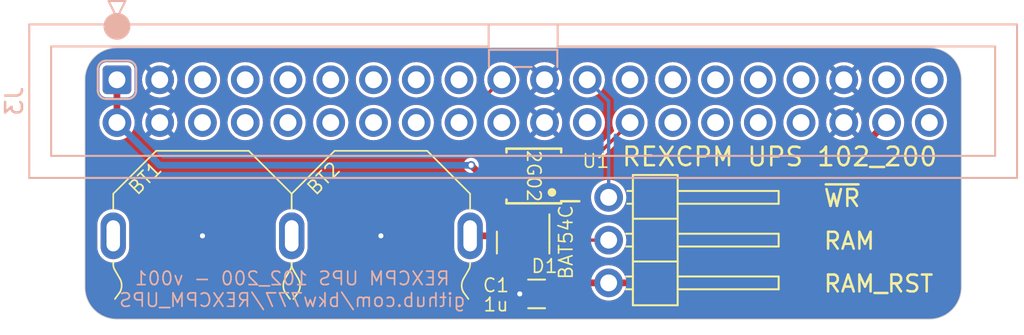
<source format=kicad_pcb>
(kicad_pcb (version 20221018) (generator pcbnew)
  (title_block (title "REXCPM UPS 102_200") (date "2023-09-02") (rev "001") (company "Brian K. White - b.kenyon.w@gmail.com") (comment 1 "github.com/bkw777/REXCPM_UPS"))
  (layers (0 "F.Cu" signal) (31 "B.Cu" signal) (34 "B.Paste" user) (35 "F.Paste" user) (36 "B.SilkS" user "B.Silkscreen") (37 "F.SilkS" user "F.Silkscreen") (38 "B.Mask" user) (39 "F.Mask" user) (44 "Edge.Cuts" user))
  (net 0 "")
  (net 1 "GND")
  (net 2 "VBUS")
  (net 8 "/A15")
  (net 13 "/IO{slash}~{M}")
  (net 17 "/~{WR}")
  (net 34 "/RAM")
  (net 35 "/RAM_RST")
  (net 36 "/BATT+")
  (net 37 "Net-(U1-Pad2)")
  (footprint "Package_TO_SOT_SMD:SOT-23" (layer "F.Cu") (at 136.525 113.175 -90)
    (fp_text reference "D1" (at 1.397 -1.27 unlocked) (layer "F.SilkS") (effects (font (size 0.8 0.8) (thickness 0.1))))
    (fp_text value "BAT54C" (at -0.018 -2.54 90 unlocked) (layer "F.SilkS") (effects (font (size 0.8 0.8) (thickness 0.1))))
    (fp_line (start 0 -1.56) (end -1.675 -1.56) (stroke (width 0.12)) (layer "F.SilkS"))
    (fp_line (start 0 -1.56) (end 0.65 -1.56) (stroke (width 0.12)) (layer "F.SilkS"))
    (fp_line (start 0 1.56) (end -0.65 1.56) (stroke (width 0.12)) (layer "F.SilkS"))
    (fp_line (start 0 1.56) (end 0.65 1.56) (stroke (width 0.12)) (layer "F.SilkS"))
    (pad "1" smd roundrect (at -0.9375 -0.95 270) (size 1.475 0.6) (layers "F.Cu" "F.Paste" "F.Mask") (net 2 "VBUS"))
    (pad "2" smd roundrect (at -0.9375 0.95 270) (size 1.475 0.6) (layers "F.Cu" "F.Paste" "F.Mask") (net 36 "/BATT+"))
    (pad "3" smd roundrect (at 0.9375 0 270) (size 1.475 0.6) (layers "F.Cu" "F.Paste" "F.Mask") (net 35 "/RAM_RST"))
  )
  (footprint "000_LOCAL:PinHeader_1x03_P2.54mm_Horizontal" (layer "F.Cu") (at 141.605 110.49)
    (fp_text reference "J2" hide)
    (fp_text value "Conn_01x03_Pin")
    (fp_line (start 1.042929 2.16) (end 1.44 2.16) (stroke (width 0.12)) (layer "F.SilkS"))
    (fp_line (start 1.042929 2.92) (end 1.44 2.92) (stroke (width 0.12)) (layer "F.SilkS"))
    (fp_line (start 1.042929 4.7) (end 1.44 4.7) (stroke (width 0.12)) (layer "F.SilkS"))
    (fp_line (start 1.042929 5.46) (end 1.44 5.46) (stroke (width 0.12)) (layer "F.SilkS"))
    (fp_line (start 1.11 -0.38) (end 1.44 -0.38) (stroke (width 0.12)) (layer "F.SilkS"))
    (fp_line (start 1.11 0.38) (end 1.44 0.38) (stroke (width 0.12)) (layer "F.SilkS"))
    (fp_line (start 1.44 -1.33) (end 1.44 6.41) (stroke (width 0.12)) (layer "F.SilkS"))
    (fp_line (start 1.44 1.27) (end 4.1 1.27) (stroke (width 0.12)) (layer "F.SilkS"))
    (fp_line (start 1.44 3.81) (end 4.1 3.81) (stroke (width 0.12)) (layer "F.SilkS"))
    (fp_line (start 1.44 6.41) (end 4.1 6.41) (stroke (width 0.12)) (layer "F.SilkS"))
    (fp_line (start 4.1 -1.33) (end 1.44 -1.33) (stroke (width 0.12)) (layer "F.SilkS"))
    (fp_line (start 4.1 -0.38) (end 10.1 -0.38) (stroke (width 0.12)) (layer "F.SilkS"))
    (fp_line (start 4.1 2.16) (end 10.1 2.16) (stroke (width 0.12)) (layer "F.SilkS"))
    (fp_line (start 4.1 4.7) (end 10.1 4.7) (stroke (width 0.12)) (layer "F.SilkS"))
    (fp_line (start 4.1 6.41) (end 4.1 -1.33) (stroke (width 0.12)) (layer "F.SilkS"))
    (fp_line (start 10.1 -0.38) (end 10.1 0.38) (stroke (width 0.12)) (layer "F.SilkS"))
    (fp_line (start 10.1 0.38) (end 4.1 0.38) (stroke (width 0.12)) (layer "F.SilkS"))
    (fp_line (start 10.1 2.16) (end 10.1 2.92) (stroke (width 0.12)) (layer "F.SilkS"))
    (fp_line (start 10.1 2.92) (end 4.1 2.92) (stroke (width 0.12)) (layer "F.SilkS"))
    (fp_line (start 10.1 4.7) (end 10.1 5.46) (stroke (width 0.12)) (layer "F.SilkS"))
    (fp_line (start 10.1 5.46) (end 4.1 5.46) (stroke (width 0.12)) (layer "F.SilkS"))
    (pad "1" thru_hole circle (at 0 0) (size 1.7 1.7) (drill 1) (layers "*.Cu" "*.Mask") (net 17 "/~{WR}"))
    (pad "2" thru_hole oval (at 0 2.54) (size 1.7 1.7) (drill 1) (layers "*.Cu" "*.Mask") (net 34 "/RAM"))
    (pad "3" thru_hole oval (at 0 5.08) (size 1.7 1.7) (drill 1) (layers "*.Cu" "*.Mask") (net 35 "/RAM_RST"))
  )
  (footprint "000_LOCAL:Keystone_3031" (layer "F.Cu") (at 128.075 112.775)
    (fp_text reference "BT2" (at -3.4 -3.41 45 unlocked) (layer "F.SilkS") (effects (font (size 0.8 0.8) (thickness 0.1))))
    (fp_text value "Keystone_3031")
    (fp_line (start -5.3 -2.5) (end -2.75 -5.05) (stroke (width 0.1)) (layer "F.SilkS"))
    (fp_line (start -5.3 -1.55) (end -5.3 -2.5) (stroke (width 0.1)) (layer "F.SilkS"))
    (fp_line (start -5.3 1.695887) (end -5.3 1.6) (stroke (width 0.1)) (layer "F.SilkS"))
    (fp_line (start -5.224755 1.994788) (end -4.905239 2.549272) (stroke (width 0.1)) (layer "F.SilkS"))
    (fp_line (start -4.906989 3.350265) (end -5.2 3.75) (stroke (width 0.1)) (layer "F.SilkS"))
    (fp_line (start 2.75 -5.05) (end -2.75 -5.05) (stroke (width 0.1)) (layer "F.SilkS"))
    (fp_line (start 4.906989 3.352321) (end 5.2 3.752056) (stroke (width 0.1)) (layer "F.SilkS"))
    (fp_line (start 5.224755 1.996844) (end 4.905239 2.551328) (stroke (width 0.1)) (layer "F.SilkS"))
    (fp_line (start 5.3 -2.5) (end 2.75 -5.05) (stroke (width 0.1)) (layer "F.SilkS"))
    (fp_line (start 5.3 -1.55) (end 5.3 -2.5) (stroke (width 0.1)) (layer "F.SilkS"))
    (fp_line (start 5.3 1.697943) (end 5.3 1.602056) (stroke (width 0.1)) (layer "F.SilkS"))
    (fp_arc (start -5.224755 1.994788) (mid -5.280899 1.85) (end -5.3 1.695887) (stroke (width 0.1)) (layer "F.SilkS"))
    (fp_arc (start -4.905239 2.549272) (mid -4.8 2.95) (end -4.906989 3.350265) (stroke (width 0.1)) (layer "F.SilkS"))
    (fp_arc (start 4.906989 3.352321) (mid 4.800001 2.952056) (end 4.905239 2.551328) (stroke (width 0.1)) (layer "F.SilkS"))
    (fp_arc (start 5.3 1.697943) (mid 5.280926 1.852063) (end 5.224755 1.996844) (stroke (width 0.1)) (layer "F.SilkS"))
    (pad "1" thru_hole oval (at -5.3 0) (size 1.5 2.775) (drill oval 0.8 1.85) (layers "*.Cu" "*.Mask") (net 36 "/BATT+"))
    (pad "1" thru_hole oval (at 5.3 0) (size 1.5 2.775) (drill oval 0.8 1.85) (layers "*.Cu" "*.Mask") (net 36 "/BATT+"))
    (pad "2" smd circle (at 0 0) (size 8 8) (layers "F.Cu" "F.Mask") (net 1 "GND"))
  )
  (footprint "000_LOCAL:TSSOP-8_3x3mm_P0.65mm" (layer "F.Cu") (at 137.16 109.22 180)
    (fp_text reference "U1" (at -3.683 0.889) (layer "F.SilkS") (effects (font (size 0.8 0.8) (thickness 0.1))))
    (fp_text value "2G02" (at 0 0 270 unlocked) (layer "F.SilkS") (effects (font (size 0.8 0.8) (thickness 0.1))))
    (fp_line (start -1.625 -1.625) (end -1.625 -1.5) (stroke (width 0.15)) (layer "F.SilkS"))
    (fp_line (start -1.625 -1.625) (end 1.625 -1.625) (stroke (width 0.15)) (layer "F.SilkS"))
    (fp_line (start -1.625 -1.5) (end -2.7 -1.5) (stroke (width 0.15)) (layer "F.SilkS"))
    (fp_line (start -1.625 1.625) (end -1.625 1.4) (stroke (width 0.15)) (layer "F.SilkS"))
    (fp_line (start -1.625 1.625) (end 1.625 1.625) (stroke (width 0.15)) (layer "F.SilkS"))
    (fp_line (start 1.625 -1.625) (end 1.625 -1.4) (stroke (width 0.15)) (layer "F.SilkS"))
    (fp_line (start 1.625 1.625) (end 1.625 1.4) (stroke (width 0.15)) (layer "F.SilkS"))
    (fp_circle (center -1.075 -0.975) (end -0.825 -0.975) (stroke (width 0.01)) (fill solid) (layer "F.SilkS"))
    (pad "1" smd roundrect (at -2.15 -0.975 180) (size 1.1 0.4) (layers "F.Cu" "F.Paste" "F.Mask") (net 13 "/IO{slash}~{M}"))
    (pad "2" smd roundrect (at -2.15 -0.325 180) (size 1.1 0.4) (layers "F.Cu" "F.Paste" "F.Mask") (net 37 "Net-(U1-Pad2)"))
    (pad "3" smd roundrect (at -2.15 0.325 180) (size 1.1 0.4) (layers "F.Cu" "F.Paste" "F.Mask") (net 37 "Net-(U1-Pad2)"))
    (pad "4" smd roundrect (at -2.15 0.975 180) (size 1.1 0.4) (layers "F.Cu" "F.Paste" "F.Mask") (net 1 "GND"))
    (pad "5" smd roundrect (at 2.15 0.975 180) (size 1.1 0.4) (layers "F.Cu" "F.Paste" "F.Mask") (net 8 "/A15"))
    (pad "6" smd roundrect (at 2.15 0.325 180) (size 1.1 0.4) (layers "F.Cu" "F.Paste" "F.Mask") (net 8 "/A15"))
    (pad "7" smd roundrect (at 2.15 -0.325 180) (size 1.1 0.4) (layers "F.Cu" "F.Paste" "F.Mask") (net 34 "/RAM"))
    (pad "8" smd roundrect (at 2.15 -0.975 180) (size 1.1 0.4) (layers "F.Cu" "F.Paste" "F.Mask") (net 2 "VBUS"))
  )
  (footprint "000_LOCAL:C_0805" (layer "F.Cu") (at 137.325 116.225 180)
    (fp_text reference "C1" (at 2.413 0.508 unlocked) (layer "F.SilkS") (effects (font (size 0.8 0.8) (thickness 0.1))))
    (fp_text value "1u" (at 2.413 -0.635 unlocked) (layer "F.SilkS") (effects (font (size 0.8 0.8) (thickness 0.1))))
    (fp_line (start -0.5 0.85) (end 0.5 0.85) (stroke (width 0.12)) (layer "F.SilkS"))
    (fp_line (start 0.5 -0.85) (end -0.5 -0.85) (stroke (width 0.12)) (layer "F.SilkS"))
    (pad "1" smd roundrect (at -1 0 180) (size 1 1.25) (layers "F.Cu" "F.Paste" "F.Mask") (roundrect_rratio 0.1) (net 35 "/RAM_RST"))
    (pad "2" smd roundrect (at 1 0 180) (size 1 1.25) (layers "F.Cu" "F.Paste" "F.Mask") (roundrect_rratio 0.1) (net 1 "GND"))
  )
  (footprint "000_LOCAL:Keystone_3031" (layer "F.Cu") (at 117.475 112.775)
    (fp_text reference "BT1" (at -3.4 -3.42 45 unlocked) (layer "F.SilkS") (effects (font (size 0.8 0.8) (thickness 0.1))))
    (fp_text value "Keystone_3031")
    (fp_line (start -5.3 -2.5) (end -2.75 -5.05) (stroke (width 0.1)) (layer "F.SilkS"))
    (fp_line (start -5.3 -1.55) (end -5.3 -2.5) (stroke (width 0.1)) (layer "F.SilkS"))
    (fp_line (start -5.3 1.695887) (end -5.3 1.6) (stroke (width 0.1)) (layer "F.SilkS"))
    (fp_line (start -5.224755 1.994788) (end -4.905239 2.549272) (stroke (width 0.1)) (layer "F.SilkS"))
    (fp_line (start -4.906989 3.350265) (end -5.2 3.75) (stroke (width 0.1)) (layer "F.SilkS"))
    (fp_line (start 2.75 -5.05) (end -2.75 -5.05) (stroke (width 0.1)) (layer "F.SilkS"))
    (fp_line (start 4.906989 3.352321) (end 5.2 3.752056) (stroke (width 0.1)) (layer "F.SilkS"))
    (fp_line (start 5.224755 1.996844) (end 4.905239 2.551328) (stroke (width 0.1)) (layer "F.SilkS"))
    (fp_line (start 5.3 -2.5) (end 2.75 -5.05) (stroke (width 0.1)) (layer "F.SilkS"))
    (fp_line (start 5.3 -1.55) (end 5.3 -2.5) (stroke (width 0.1)) (layer "F.SilkS"))
    (fp_line (start 5.3 1.697943) (end 5.3 1.602056) (stroke (width 0.1)) (layer "F.SilkS"))
    (fp_arc (start -5.224755 1.994788) (mid -5.280899 1.85) (end -5.3 1.695887) (stroke (width 0.1)) (layer "F.SilkS"))
    (fp_arc (start -4.905239 2.549272) (mid -4.8 2.95) (end -4.906989 3.350265) (stroke (width 0.1)) (layer "F.SilkS"))
    (fp_arc (start 4.906989 3.352321) (mid 4.800001 2.952056) (end 4.905239 2.551328) (stroke (width 0.1)) (layer "F.SilkS"))
    (fp_arc (start 5.3 1.697943) (mid 5.280878 1.852051) (end 5.224755 1.996844) (stroke (width 0.1)) (layer "F.SilkS"))
    (pad "1" thru_hole oval (at -5.3 0) (size 1.5 2.775) (drill oval 0.8 1.85) (layers "*.Cu" "*.Mask") (net 36 "/BATT+"))
    (pad "1" thru_hole oval (at 5.3 0) (size 1.5 2.775) (drill oval 0.8 1.85) (layers "*.Cu" "*.Mask") (net 36 "/BATT+"))
    (pad "2" smd circle (at 0 0) (size 8 8) (layers "F.Cu" "F.Mask") (net 1 "GND"))
  )
  (footprint "000_LOCAL:IDC-Header_2x20_P2.54mm_Vertical" (layer "B.Cu") (at 112.395 103.505 -90)
    (fp_text reference "J3" (at 1.27 6.1 90) (layer "B.SilkS") (effects (justify mirror)))
    (fp_text value "Conn_02x20_Odd_Even")
    (fp_line (start -4.68 -0.5) (end -3.68 0) (stroke (width 0.12)) (layer "B.SilkS"))
    (fp_line (start -4.68 0.5) (end -4.68 -0.5) (stroke (width 0.12)) (layer "B.SilkS"))
    (fp_line (start -3.68 0) (end -4.68 0.5) (stroke (width 0.12)) (layer "B.SilkS"))
    (fp_line (start -3.29 -53.47) (end -3.29 5.21) (stroke (width 0.12)) (layer "B.SilkS"))
    (fp_line (start -3.29 -22.08) (end -1.98 -22.08) (stroke (width 0.12)) (layer "B.SilkS"))
    (fp_line (start -3.29 5.21) (end 5.83 5.21) (stroke (width 0.12)) (layer "B.SilkS"))
    (fp_line (start -1.98 -52.17) (end -1.98 -26.18) (stroke (width 0.12)) (layer "B.SilkS"))
    (fp_line (start -1.98 -26.18) (end -3.29 -26.18) (stroke (width 0.12)) (layer "B.SilkS"))
    (fp_line (start -1.98 -26.18) (end -1.98 -26.18) (stroke (width 0.12)) (layer "B.SilkS"))
    (fp_line (start -1.98 -22.08) (end -1.98 3.91) (stroke (width 0.12)) (layer "B.SilkS"))
    (fp_line (start -1.98 3.91) (end 4.52 3.91) (stroke (width 0.12)) (layer "B.SilkS"))
    (fp_line (start 4.52 -52.17) (end -1.98 -52.17) (stroke (width 0.12)) (layer "B.SilkS"))
    (fp_line (start 4.52 3.91) (end 4.52 -52.17) (stroke (width 0.12)) (layer "B.SilkS"))
    (fp_line (start 5.83 -53.47) (end -3.29 -53.47) (stroke (width 0.12)) (layer "B.SilkS"))
    (fp_line (start 5.83 5.21) (end 5.83 -53.47) (stroke (width 0.12)) (layer "B.SilkS"))
    (pad "1" thru_hole roundrect (at 0 0 270) (size 1.7 1.7) (drill 1) (layers "*.Cu" "*.Mask") (roundrect_rratio 0.147059) (net 2 "VBUS"))
    (pad "2" thru_hole circle (at 2.54 0 270) (size 1.7 1.7) (drill 1) (layers "*.Cu" "*.Mask") (net 2 "VBUS"))
    (pad "3" thru_hole circle (at 0 -2.54 270) (size 1.7 1.7) (drill 1) (layers "*.Cu" "*.Mask") (net 1 "GND"))
    (pad "4" thru_hole circle (at 2.54 -2.54 270) (size 1.7 1.7) (drill 1) (layers "*.Cu" "*.Mask") (net 1 "GND"))
    (pad "5" thru_hole circle (at 0 -5.08 270) (size 1.7 1.7) (drill 1) (layers "*.Cu" "*.Mask"))
    (pad "6" thru_hole circle (at 2.54 -5.08 270) (size 1.7 1.7) (drill 1) (layers "*.Cu" "*.Mask"))
    (pad "7" thru_hole circle (at 0 -7.62 270) (size 1.7 1.7) (drill 1) (layers "*.Cu" "*.Mask"))
    (pad "8" thru_hole circle (at 2.54 -7.62 270) (size 1.7 1.7) (drill 1) (layers "*.Cu" "*.Mask"))
    (pad "9" thru_hole circle (at 0 -10.16 270) (size 1.7 1.7) (drill 1) (layers "*.Cu" "*.Mask"))
    (pad "10" thru_hole circle (at 2.54 -10.16 270) (size 1.7 1.7) (drill 1) (layers "*.Cu" "*.Mask"))
    (pad "11" thru_hole circle (at 0 -12.7 270) (size 1.7 1.7) (drill 1) (layers "*.Cu" "*.Mask"))
    (pad "12" thru_hole circle (at 2.54 -12.7 270) (size 1.7 1.7) (drill 1) (layers "*.Cu" "*.Mask"))
    (pad "13" thru_hole circle (at 0 -15.24 270) (size 1.7 1.7) (drill 1) (layers "*.Cu" "*.Mask"))
    (pad "14" thru_hole circle (at 2.54 -15.24 270) (size 1.7 1.7) (drill 1) (layers "*.Cu" "*.Mask"))
    (pad "15" thru_hole circle (at 0 -17.78 270) (size 1.7 1.7) (drill 1) (layers "*.Cu" "*.Mask"))
    (pad "16" thru_hole circle (at 2.54 -17.78 270) (size 1.7 1.7) (drill 1) (layers "*.Cu" "*.Mask"))
    (pad "17" thru_hole circle (at 0 -20.32 270) (size 1.7 1.7) (drill 1) (layers "*.Cu" "*.Mask"))
    (pad "18" thru_hole circle (at 2.54 -20.32 270) (size 1.7 1.7) (drill 1) (layers "*.Cu" "*.Mask"))
    (pad "19" thru_hole circle (at 0 -22.86 270) (size 1.7 1.7) (drill 1) (layers "*.Cu" "*.Mask") (net 8 "/A15"))
    (pad "20" thru_hole circle (at 2.54 -22.86 270) (size 1.7 1.7) (drill 1) (layers "*.Cu" "*.Mask"))
    (pad "21" thru_hole circle (at 0 -25.4 270) (size 1.7 1.7) (drill 1) (layers "*.Cu" "*.Mask") (net 1 "GND"))
    (pad "22" thru_hole circle (at 2.54 -25.4 270) (size 1.7 1.7) (drill 1) (layers "*.Cu" "*.Mask") (net 1 "GND"))
    (pad "23" thru_hole circle (at 0 -27.94 270) (size 1.7 1.7) (drill 1) (layers "*.Cu" "*.Mask") (net 17 "/~{WR}"))
    (pad "24" thru_hole circle (at 2.54 -27.94 270) (size 1.7 1.7) (drill 1) (layers "*.Cu" "*.Mask"))
    (pad "25" thru_hole circle (at 0 -30.48 270) (size 1.7 1.7) (drill 1) (layers "*.Cu" "*.Mask"))
    (pad "26" thru_hole circle (at 2.54 -30.48 270) (size 1.7 1.7) (drill 1) (layers "*.Cu" "*.Mask") (net 13 "/IO{slash}~{M}"))
    (pad "27" thru_hole circle (at 0 -33.02 270) (size 1.7 1.7) (drill 1) (layers "*.Cu" "*.Mask"))
    (pad "28" thru_hole circle (at 2.54 -33.02 270) (size 1.7 1.7) (drill 1) (layers "*.Cu" "*.Mask"))
    (pad "29" thru_hole circle (at 0 -35.56 270) (size 1.7 1.7) (drill 1) (layers "*.Cu" "*.Mask"))
    (pad "30" thru_hole circle (at 2.54 -35.56 270) (size 1.7 1.7) (drill 1) (layers "*.Cu" "*.Mask"))
    (pad "31" thru_hole circle (at 0 -38.1 270) (size 1.7 1.7) (drill 1) (layers "*.Cu" "*.Mask"))
    (pad "32" thru_hole circle (at 2.54 -38.1 270) (size 1.7 1.7) (drill 1) (layers "*.Cu" "*.Mask"))
    (pad "33" thru_hole circle (at 0 -40.64 270) (size 1.7 1.7) (drill 1) (layers "*.Cu" "*.Mask"))
    (pad "34" thru_hole circle (at 2.54 -40.64 270) (size 1.7 1.7) (drill 1) (layers "*.Cu" "*.Mask"))
    (pad "35" thru_hole circle (at 0 -43.18 270) (size 1.7 1.7) (drill 1) (layers "*.Cu" "*.Mask") (net 1 "GND"))
    (pad "36" thru_hole circle (at 2.54 -43.18 270) (size 1.7 1.7) (drill 1) (layers "*.Cu" "*.Mask") (net 1 "GND"))
    (pad "37" thru_hole circle (at 0 -45.72 270) (size 1.7 1.7) (drill 1) (layers "*.Cu" "*.Mask"))
    (pad "38" thru_hole circle (at 2.54 -45.72 270) (size 1.7 1.7) (drill 1) (layers "*.Cu" "*.Mask") (net 35 "/RAM_RST"))
    (pad "39" thru_hole circle (at 0 -48.26 270) (size 1.7 1.7) (drill 1) (layers "*.Cu" "*.Mask"))
    (pad "40" thru_hole circle (at 2.54 -48.26 270) (size 1.7 1.7) (drill 1) (layers "*.Cu" "*.Mask"))
  )
  (gr_circle (center 112.395 100.33) (end 111.995 100.33) (stroke (width 0.8)) (fill none) (layer "B.SilkS"))
  (gr_line (start 138.557 101.727) (end 138.557 102.743) (stroke (width 0.12)) (layer "B.SilkS"))
  (gr_line (start 113.538 104.14) (end 113.538 102.87) (stroke (width 0.12)) (layer "B.SilkS"))
  (gr_arc (start 113.538 104.14) (mid 113.38921 104.49921) (end 113.03 104.648) (stroke (width 0.12)) (layer "B.SilkS"))
  (gr_line (start 111.252 102.87) (end 111.252 104.14) (stroke (width 0.12)) (layer "B.SilkS"))
  (gr_arc (start 111.252 102.87) (mid 111.40079 102.51079) (end 111.76 102.362) (stroke (width 0.12)) (layer "B.SilkS"))
  (gr_line (start 113.03 102.362) (end 111.76 102.362) (stroke (width 0.12)) (layer "B.SilkS"))
  (gr_line (start 134.493 101.727) (end 138.557 101.727) (stroke (width 0.12)) (layer "B.SilkS"))
  (gr_line (start 111.76 104.648) (end 113.03 104.648) (stroke (width 0.12)) (layer "B.SilkS"))
  (gr_arc (start 113.03 102.362) (mid 113.38921 102.51079) (end 113.538 102.87) (stroke (width 0.12)) (layer "B.SilkS"))
  (gr_arc (start 111.76 104.648) (mid 111.40079 104.49921) (end 111.252 104.14) (stroke (width 0.12)) (layer "B.SilkS"))
  (gr_line (start 136.017 102.743) (end 137.033 102.743) (stroke (width 0.12)) (layer "B.SilkS"))
  (gr_line (start 134.493 102.743) (end 134.493 101.727) (stroke (width 0.12)) (layer "B.SilkS"))
  (gr_line (start 112.395 117.729) (end 160.655 117.729) (stroke (width 0.05)) (layer "Edge.Cuts"))
  (gr_line (start 110.49 115.824) (end 110.49 103.505) (stroke (width 0.05)) (layer "Edge.Cuts"))
  (gr_arc (start 162.56 115.824) (mid 162.002038 117.171038) (end 160.655 117.729) (stroke (width 0.05)) (layer "Edge.Cuts"))
  (gr_arc (start 112.395 117.729) (mid 111.047962 117.171038) (end 110.49 115.824) (stroke (width 0.05)) (layer "Edge.Cuts"))
  (gr_arc (start 160.655 101.600001) (mid 162.002038 102.157962) (end 162.559999 103.505) (stroke (width 0.05)) (layer "Edge.Cuts"))
  (gr_arc (start 110.490001 103.505) (mid 111.047962 102.157962) (end 112.395 101.600001) (stroke (width 0.05)) (layer "Edge.Cuts"))
  (gr_line (start 162.56 115.824) (end 162.56 103.505) (stroke (width 0.05)) (layer "Edge.Cuts"))
  (gr_line (start 160.655 101.6) (end 112.395 101.6) (stroke (width 0.05)) (layer "Edge.Cuts"))
  (gr_text "${TITLE} - v${REVISION}\n${COMMENT1}" (at 122.809 115.951) (layer "B.SilkS") (effects (font (size 0.8 0.8) (thickness 0.1)) (justify mirror)))
  (gr_text "~{WR}" (at 154.305001 111.125) (layer "F.SilkS") (effects (font (size 1 1)) (justify left bottom)))
  (gr_text "${TITLE}" (at 151.765 108.077) (layer "F.SilkS") (effects (font (size 1.1 1.1))))
  (gr_text "RAM_RST" (at 154.305001 116.204999) (layer "F.SilkS") (effects (font (size 1 1)) (justify left bottom)))
  (gr_text "RAM" (at 154.305 113.665) (layer "F.SilkS") (effects (font (size 1 1)) (justify left bottom)))
  (segment (start 137.425 105.845) (end 138.075 105.845) (width 0.2) (layer "F.Cu") (net 1))
  (via (at 136.325 116.225) (size 0.5) (drill 0.3) (layers "F.Cu" "B.Cu") (net 1))
  (via (at 128.075 112.775) (size 0.5) (drill 0.3) (layers "F.Cu" "B.Cu") (net 1))
  (via (at 117.475 112.775) (size 0.5) (drill 0.3) (layers "F.Cu" "B.Cu") (net 1))
  (segment (start 133.435 108.585) (end 133.975 109.125) (width 0.4) (layer "F.Cu") (net 2))
  (segment (start 133.975 109.125) (end 133.975 109.885) (width 0.4) (layer "F.Cu") (net 2))
  (segment (start 137.375 112.6275) (end 137.475 112.7275) (width 0.4) (layer "F.Cu") (net 2))
  (segment (start 136.245 110.195) (end 137.375 111.325) (width 0.4) (layer "F.Cu") (net 2))
  (segment (start 112.395 103.505) (end 112.395 106.045) (width 0.4) (layer "F.Cu") (net 2))
  (segment (start 134.285 110.195) (end 135.01 110.195) (width 0.4) (layer "F.Cu") (net 2))
  (segment (start 133.975 109.885) (end 134.285 110.195) (width 0.4) (layer "F.Cu") (net 2))
  (segment (start 137.375 111.325) (end 137.375 112.6275) (width 0.4) (layer "F.Cu") (net 2))
  (segment (start 135.01 110.195) (end 136.245 110.195) (width 0.4) (layer "F.Cu") (net 2))
  (via (at 133.435 108.585) (size 0.5) (drill 0.3) (layers "F.Cu" "B.Cu") (net 2))
  (segment (start 133.435 108.585) (end 114.935 108.585) (width 0.4) (layer "B.Cu") (net 2))
  (segment (start 114.935 108.585) (end 112.395 106.045) (width 0.4) (layer "B.Cu") (net 2))
  (segment (start 135.01 108.895) (end 135.01 108.245) (width 0.2) (layer "F.Cu") (net 8))
  (segment (start 133.985 104.775) (end 133.985 107.569) (width 0.2) (layer "F.Cu") (net 8))
  (segment (start 133.985 107.569) (end 134.661 108.245) (width 0.2) (layer "F.Cu") (net 8))
  (segment (start 135.255 103.505) (end 133.985 104.775) (width 0.2) (layer "F.Cu") (net 8))
  (segment (start 134.661 108.245) (end 135.01 108.245) (width 0.2) (layer "F.Cu") (net 8))
  (segment (start 139.31 110.195) (end 139.405 110.1) (width 0.2) (layer "F.Cu") (net 13))
  (segment (start 139.405 110.1) (end 139.968 110.1) (width 0.2) (layer "F.Cu") (net 13))
  (segment (start 140.335 108.585) (end 142.875 106.045) (width 0.2) (layer "F.Cu") (net 13))
  (segment (start 140.335 109.733) (end 140.335 108.585) (width 0.2) (layer "F.Cu") (net 13))
  (segment (start 139.968 110.1) (end 140.335 109.733) (width 0.2) (layer "F.Cu") (net 13))
  (segment (start 141.605 104.775) (end 140.335 103.505) (width 0.2) (layer "B.Cu") (net 17))
  (segment (start 141.605 110.49) (end 141.605 104.775) (width 0.2) (layer "B.Cu") (net 17))
  (segment (start 135.01 109.545) (end 136.332 109.545) (width 0.2) (layer "F.Cu") (net 34))
  (segment (start 136.332 109.545) (end 139.817 113.03) (width 0.2) (layer "F.Cu") (net 34))
  (segment (start 139.817 113.03) (end 141.605 113.03) (width 0.2) (layer "F.Cu") (net 34))
  (segment (start 138.025 115.57) (end 141.605 115.57) (width 0.4) (layer "F.Cu") (net 35))
  (segment (start 138.025 115.925) (end 138.325 116.225) (width 0.4) (layer "F.Cu") (net 35))
  (segment (start 136.525 114.1125) (end 136.525 114.625) (width 0.4) (layer "F.Cu") (net 35))
  (segment (start 136.525 114.625) (end 137.125 114.625) (width 0.4) (layer "F.Cu") (net 35))
  (segment (start 137.125 114.625) (end 138.025 115.525) (width 0.4) (layer "F.Cu") (net 35))
  (segment (start 141.605 115.57) (end 148.59 115.57) (width 0.4) (layer "F.Cu") (net 35))
  (segment (start 148.59 115.57) (end 158.115 106.045) (width 0.4) (layer "F.Cu") (net 35))
  (segment (start 138.025 115.525) (end 138.025 115.925) (width 0.4) (layer "F.Cu") (net 35))
  (segment (start 135.575 112.775) (end 133.375 112.775) (width 0.4) (layer "F.Cu") (net 36))
  (segment (start 135.575 112.2375) (end 135.575 112.775) (width 0.4) (layer "F.Cu") (net 36))
  (segment (start 139.31 109.545) (end 139.31 108.895) (width 0.2) (layer "F.Cu") (net 37))
  (zone (net 1) (net_name "GND") (layer "F.Cu") (connect_pads (clearance 0.2)) (min_thickness 0.2) (fill yes (thermal_gap 0.2) (thermal_bridge_width 0.3) (smoothing fillet) (radius 0.2))
    (polygon (pts (xy 110.49 101.6) (xy 162.56 101.6) (xy 162.56 117.729) (xy 110.49 117.729)))
  )
  (zone (net 1) (net_name "GND") (layer "B.Cu") (connect_pads (clearance 0.2)) (min_thickness 0.2) (fill yes (thermal_gap 0.2) (thermal_bridge_width 0.3) (smoothing fillet) (radius 0.2))
    (polygon (pts (xy 110.49 101.6) (xy 162.56 101.6) (xy 162.56 117.729) (xy 110.49 117.729)))
  )
)
</source>
